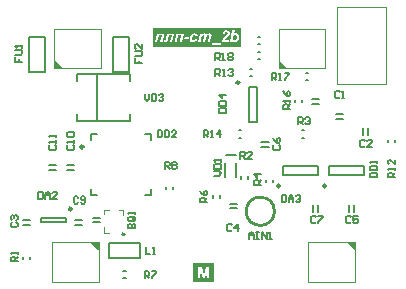
<source format=gto>
G04*
G04 #@! TF.GenerationSoftware,Altium Limited,Altium Designer,20.1.8 (145)*
G04*
G04 Layer_Color=16777215*
%FSTAX43Y43*%
%MOMM*%
G71*
G04*
G04 #@! TF.SameCoordinates,0B34B400-A00A-4FE9-84D7-845614CC9F3F*
G04*
G04*
G04 #@! TF.FilePolarity,Positive*
G04*
G01*
G75*
%ADD10C,0.254*%
%ADD11C,0.250*%
%ADD12C,0.200*%
%ADD13C,0.150*%
%ADD14C,0.100*%
G36*
X0087633Y0094167D02*
Y0093496D01*
X0087604D01*
X0086932Y0094169D01*
X0087632D01*
X0087633Y0094167D01*
D02*
G37*
G36*
X0084572Y0108969D02*
X0083872D01*
X008387Y010897D01*
Y0109641D01*
X0083899D01*
X0084572Y0108969D01*
D02*
G37*
G36*
X0103572D02*
X0102872D01*
X010287Y010897D01*
Y0109641D01*
X0102899D01*
X0103572Y0108969D01*
D02*
G37*
G36*
X0109333Y0094167D02*
Y0093496D01*
X0109304D01*
X0108632Y0094169D01*
X0109332D01*
X0109333Y0094167D01*
D02*
G37*
G36*
X0097387Y0090869D02*
X0095637D01*
Y0092394D01*
X0097387D01*
Y0090869D01*
D02*
G37*
G36*
X009971Y0110704D02*
X0092203D01*
Y0112334D01*
X009971D01*
Y0110704D01*
D02*
G37*
%LPC*%
G36*
X0096974Y0092111D02*
X0096682D01*
X0096512Y0091455D01*
X009634Y0092111D01*
X009605D01*
Y0091151D01*
X0096229D01*
Y0091906D01*
X0096418Y0091151D01*
X0096605D01*
X0096793Y0091906D01*
X0096795Y0091151D01*
X0096974D01*
Y0092111D01*
D02*
G37*
G36*
X0097025Y011188D02*
X0097011D01*
X0096984Y0111879D01*
X0096959Y0111875D01*
X0096934Y0111869D01*
X0096913Y0111862D01*
X0096895Y0111855D01*
X0096882Y011185D01*
X0096877Y0111847D01*
X0096873Y0111846D01*
X0096871Y0111844D01*
X009687D01*
X0096846Y011183D01*
X0096826Y0111815D01*
X0096809Y0111801D01*
X0096794Y0111787D01*
X0096783Y0111775D01*
X0096774Y0111765D01*
X0096769Y011176D01*
X0096767Y0111757D01*
X0096762Y0111778D01*
X0096753Y0111794D01*
X0096744Y0111811D01*
X0096735Y0111823D01*
X0096726Y0111833D01*
X0096719Y0111841D01*
X0096713Y0111846D01*
X0096712Y0111847D01*
X0096695Y0111858D01*
X0096676Y0111866D01*
X0096655Y0111872D01*
X0096636Y0111876D01*
X0096619Y0111879D01*
X0096604Y011188D01*
X0096591D01*
X009657Y0111879D01*
X0096548Y0111876D01*
X0096529Y0111871D01*
X0096508Y0111865D01*
X0096472Y0111848D01*
X0096439Y011183D01*
X0096423Y0111821D01*
X0096411Y0111812D01*
X00964Y0111804D01*
X009639Y0111796D01*
X0096382Y011179D01*
X0096376Y0111785D01*
X0096373Y0111782D01*
X0096372Y011178D01*
X0096389Y0111865D01*
X0096213D01*
X0096067Y0111169D01*
X0096665D01*
X0096731Y0111484D01*
X0096737Y0111509D01*
X0096742Y0111531D01*
X0096748Y0111552D01*
X0096755Y011157D01*
X009676Y0111586D01*
X0096766Y0111602D01*
X0096771Y0111615D01*
X0096777Y0111628D01*
X0096781Y0111638D01*
X0096787Y0111647D01*
X0096791Y0111654D01*
X0096794Y0111661D01*
X0096796Y0111665D01*
X0096799Y0111668D01*
X0096801Y0111671D01*
X0096812Y0111685D01*
X0096821Y0111696D01*
X0096832Y0111706D01*
X0096844Y0111714D01*
X0096866Y0111728D01*
X0096885Y0111736D01*
X0096902Y0111742D01*
X0096916Y0111744D01*
X0096921Y0111746D01*
X0096928D01*
X0096941Y0111744D01*
X009695Y0111743D01*
X009696Y011174D01*
X0096967Y0111737D01*
X0096973Y0111733D01*
X0096977Y011173D01*
X0096978Y0111729D01*
X0096979Y0111728D01*
X0096985Y0111721D01*
X0096991Y0111714D01*
X0096995Y0111699D01*
X0096996Y0111692D01*
X0096998Y0111687D01*
Y0111683D01*
Y0111682D01*
Y0111679D01*
Y0111675D01*
X0096995Y0111664D01*
X0096992Y0111649D01*
X0096989Y0111633D01*
X0096986Y0111618D01*
X0096984Y0111604D01*
X0096982Y0111599D01*
Y0111596D01*
X0096981Y0111593D01*
Y0111592D01*
X0096891Y0111169D01*
X0096668D01*
X0097188D01*
X0097077D01*
X0097168Y0111592D01*
X0097175Y0111622D01*
X0097179Y0111649D01*
X0097183Y0111671D01*
X0097185Y0111687D01*
X0097186Y01117D01*
X0097188Y011171D01*
Y0111717D01*
X0097186Y0111743D01*
X0097181Y0111767D01*
X0097172Y0111786D01*
X0097164Y0111803D01*
X0097156Y0111816D01*
X0097147Y0111826D01*
X0097142Y0111833D01*
X009714Y0111834D01*
X0097122Y011185D01*
X0097102Y0111861D01*
X0097079Y0111869D01*
X0097059Y0111875D01*
X0097041Y0111877D01*
X0097025Y011188D01*
D02*
G37*
G36*
X0095762D02*
X0095749D01*
X0095708Y0111877D01*
X0095669Y0111871D01*
X0095634Y0111862D01*
X0095604Y0111851D01*
X009559Y0111846D01*
X0095577Y011184D01*
X0095568Y0111836D01*
X0095558Y0111832D01*
X0095551Y0111828D01*
X0095546Y0111825D01*
X0095543Y0111823D01*
X0095541Y0111822D01*
X0095508Y0111798D01*
X0095479Y0111772D01*
X0095455Y0111746D01*
X0095436Y0111721D01*
X0095419Y0111697D01*
X0095414Y0111687D01*
X0095408Y0111679D01*
X0095405Y0111672D01*
X0095403Y0111667D01*
X00954Y0111664D01*
Y0111663D01*
X0095385Y0111624D01*
X0095372Y0111586D01*
X0095364Y011155D01*
X0095358Y0111517D01*
X0095357Y0111502D01*
X0095355Y0111489D01*
X0095354Y0111477D01*
Y0111467D01*
X0095353Y0111459D01*
D01*
Y0111151D01*
Y0111448D01*
X0095354Y0111423D01*
X0095355Y0111399D01*
X009536Y0111375D01*
X0095365Y0111355D01*
X0095371Y0111335D01*
X0095378Y0111317D01*
X0095385Y0111302D01*
X0095392Y0111287D01*
X0095398Y0111274D01*
X0095405Y0111262D01*
X0095412Y0111252D01*
X0095418Y0111245D01*
X0095423Y0111238D01*
X0095428Y0111234D01*
X0095429Y0111231D01*
X009543Y011123D01*
X0095446Y0111216D01*
X0095462Y0111203D01*
X0095479Y0111194D01*
X0095496Y0111184D01*
X0095514Y0111177D01*
X0095532Y011117D01*
X0095565Y011116D01*
X009558Y0111158D01*
X0095595Y0111155D01*
X0095608Y0111154D01*
X0095619Y0111152D01*
X0095629Y0111151D01*
X0095353D01*
X0095641D01*
X0095663Y0111152D01*
X0095684Y0111154D01*
X0095723Y011116D01*
X0095758Y011117D01*
X0095788Y0111183D01*
X0095801Y0111188D01*
X0095812Y0111194D01*
X0095823Y0111199D01*
X0095831Y0111203D01*
X0095838Y0111208D01*
X0095842Y011121D01*
X0095845Y0111213D01*
X0095846D01*
X0095878Y011124D01*
X0095905Y0111269D01*
X0095928Y0111299D01*
X0095948Y011133D01*
X0095962Y0111356D01*
X0095967Y0111367D01*
X0095973Y0111378D01*
X0095977Y0111387D01*
X0095978Y0111392D01*
X0095981Y0111396D01*
Y0111398D01*
X0095798Y0111428D01*
X0095788Y0111405D01*
X0095777Y0111385D01*
X0095766Y0111369D01*
X0095756Y0111355D01*
X0095747Y0111344D01*
X0095738Y0111337D01*
X0095733Y0111331D01*
X0095731Y011133D01*
X0095716Y0111319D01*
X0095701Y0111312D01*
X0095686Y0111306D01*
X0095673Y0111302D01*
X0095662Y0111299D01*
X0095654Y0111298D01*
X0095645D01*
X0095629Y0111299D01*
X0095615Y0111303D01*
X0095601Y0111309D01*
X009559Y0111314D01*
X0095582Y011132D01*
X0095575Y0111326D01*
X009557Y011133D01*
X0095569Y0111331D01*
X0095559Y0111345D01*
X0095552Y011136D01*
X0095547Y0111375D01*
X0095544Y0111391D01*
X0095541Y0111405D01*
X009554Y0111416D01*
Y0111423D01*
Y0111425D01*
X0095541Y0111453D01*
X0095544Y0111479D01*
X0095548Y0111506D01*
X0095552Y0111529D01*
X0095557Y0111549D01*
X0095561Y0111564D01*
X0095562Y011157D01*
X0095564Y0111574D01*
X0095565Y0111577D01*
Y0111578D01*
X0095575Y0111607D01*
X0095587Y0111632D01*
X0095598Y0111653D01*
X0095611Y0111669D01*
X009562Y0111683D01*
X0095629Y0111693D01*
X0095636Y0111699D01*
X0095637Y01117D01*
X0095655Y0111714D01*
X0095673Y0111724D01*
X009569Y0111732D01*
X0095705Y0111736D01*
X0095719Y0111739D01*
X0095729Y0111742D01*
X0095738D01*
X0095755Y011174D01*
X009577Y0111737D01*
X0095783Y0111732D01*
X0095794Y0111728D01*
X0095803Y0111722D01*
X0095809Y0111717D01*
X0095813Y0111714D01*
X0095815Y0111712D01*
X0095824Y0111701D01*
X0095833Y0111687D01*
X0095838Y0111674D01*
X0095844Y011166D01*
X0095846Y0111646D01*
X0095849Y0111636D01*
X0095851Y0111629D01*
Y0111626D01*
X009603Y0111644D01*
X0096027Y0111664D01*
X0096023Y0111682D01*
X0096013Y0111715D01*
X0095999Y0111744D01*
X0095984Y0111769D01*
X009597Y0111789D01*
X0095957Y0111804D01*
X0095953Y0111808D01*
X0095949Y0111812D01*
X0095948Y0111814D01*
X0095946Y0111815D01*
X0095932Y0111826D01*
X0095917Y0111837D01*
X0095884Y0111853D01*
X0095852Y0111865D01*
X009582Y0111872D01*
X0095792Y0111877D01*
X009578Y0111879D01*
X009577D01*
X0095762Y011188D01*
D02*
G37*
G36*
X0095281Y0111606D02*
X0094916D01*
X009488Y0111424D01*
X0095245D01*
X0095281Y0111606D01*
D02*
G37*
G36*
X0098447Y0112134D02*
X0098434D01*
X0098412Y0112133D01*
X009839Y0112131D01*
X0098351Y0112123D01*
X0098316Y0112112D01*
X0098301Y0112105D01*
X0098287Y0112098D01*
X0098273Y0112091D01*
X0098262Y0112084D01*
X0098253Y0112079D01*
X0098246Y0112073D01*
X0098239Y0112069D01*
X0098235Y0112065D01*
X0098232Y0112063D01*
X009823Y0112062D01*
X0098217Y0112048D01*
X0098203Y0112033D01*
X009818Y0112001D01*
X0098162Y0111966D01*
X0098149Y0111933D01*
X0098143Y0111918D01*
X0098139Y0111904D01*
X0098136Y0111891D01*
X0098132Y011188D01*
X0098131Y0111871D01*
X0098129Y0111864D01*
X0098128Y0111859D01*
Y0111858D01*
X0098311Y0111832D01*
X0098318Y0111862D01*
X0098326Y0111887D01*
X0098334Y0111908D01*
X0098343Y0111925D01*
X009835Y0111937D01*
X0098355Y0111945D01*
X0098359Y0111951D01*
X0098361Y0111952D01*
X0098373Y0111963D01*
X0098387Y0111972D01*
X00984Y0111979D01*
X0098412Y0111983D01*
X0098423Y0111986D01*
X0098432Y0111987D01*
X0098438D01*
X0098454Y0111986D01*
X0098468Y0111983D01*
X009848Y0111977D01*
X0098491Y0111972D01*
X0098499Y0111966D01*
X0098505Y0111961D01*
X0098509Y0111958D01*
X0098511Y0111957D01*
X009852Y0111944D01*
X0098527Y0111932D01*
X0098533Y0111918D01*
X0098536Y0111905D01*
X0098538Y0111894D01*
X009854Y0111886D01*
Y011188D01*
Y0111877D01*
X0098538Y0111866D01*
X0098537Y0111854D01*
X0098534Y0111843D01*
X0098531Y0111832D01*
X0098527Y0111823D01*
X0098524Y0111816D01*
X0098523Y0111811D01*
X0098522Y011181D01*
X0098515Y0111796D01*
X0098505Y011178D01*
X0098495Y0111765D01*
X0098484Y0111751D01*
X0098475Y0111739D01*
X0098466Y0111729D01*
X0098461Y0111724D01*
X0098459Y0111721D01*
X0098454Y0111715D01*
X0098447Y0111708D01*
X009843Y011169D01*
X0098409Y0111671D01*
X0098389Y011165D01*
X0098369Y0111631D01*
X0098352Y0111615D01*
X0098347Y0111608D01*
X0098341Y0111604D01*
X0098339Y0111602D01*
X0098337Y01116D01*
X0098314Y0111578D01*
X0098293Y0111557D01*
X0098273Y0111538D01*
X0098255Y011152D01*
X0098239Y0111504D01*
X0098225Y0111489D01*
X0098211Y0111477D01*
X00982Y0111464D01*
X009819Y0111454D01*
X0098182Y0111445D01*
X0098175Y0111438D01*
X0098169Y0111432D01*
X0098162Y0111424D01*
X009816Y0111421D01*
X0098143Y01114D01*
X0098128Y011138D01*
X0098114Y011136D01*
X0098101Y0111342D01*
X0098092Y0111327D01*
X0098085Y0111314D01*
X0098081Y0111306D01*
X0098079Y0111305D01*
Y0111303D01*
X0098068Y011128D01*
X009806Y0111255D01*
X0098053Y0111233D01*
X0098047Y0111212D01*
X0098043Y0111195D01*
X009804Y0111181D01*
Y0111176D01*
X0098039Y0111172D01*
Y0111169D01*
X0098723D01*
X0098622D01*
X0098658Y0111341D01*
X0098325D01*
X0098344Y0111364D01*
X0098352Y0111375D01*
X0098361Y0111385D01*
X0098368Y0111392D01*
X0098373Y0111398D01*
X0098376Y0111402D01*
X0098377Y0111403D01*
X0098391Y0111417D01*
X0098408Y0111434D01*
X0098427Y0111452D01*
X0098447Y011147D01*
X0098465Y0111488D01*
X009848Y0111502D01*
X0098486Y0111507D01*
X009849Y011151D01*
X0098493Y0111513D01*
X0098494Y0111514D01*
X0098524Y0111543D01*
X0098551Y0111568D01*
X0098573Y011159D01*
X0098591Y0111608D01*
X0098605Y0111622D01*
X0098615Y0111632D01*
X009862Y0111639D01*
X0098622Y011164D01*
X0098641Y0111664D01*
X0098656Y0111686D01*
X009867Y0111707D01*
X0098681Y0111725D01*
X0098689Y011174D01*
X0098695Y0111751D01*
X0098698Y0111758D01*
X0098699Y0111761D01*
X0098707Y0111783D01*
X0098713Y0111804D01*
X0098717Y0111823D01*
X009872Y011184D01*
X0098721Y0111855D01*
X0098723Y0111866D01*
Y0111876D01*
X0098721Y0111897D01*
X009872Y0111916D01*
X009871Y0111952D01*
X0098698Y0111984D01*
X0098684Y0112011D01*
X0098677Y0112022D01*
X009867Y0112031D01*
X0098663Y011204D01*
X0098658Y0112048D01*
X0098652Y0112054D01*
X0098648Y0112058D01*
X0098646Y0112059D01*
X0098645Y0112061D01*
X009863Y0112073D01*
X0098615Y0112086D01*
X0098598Y0112095D01*
X009858Y0112104D01*
X0098545Y0112116D01*
X0098511Y0112124D01*
X0098495Y0112129D01*
X0098481Y011213D01*
X0098468Y0112131D01*
X0098456Y0112133D01*
X0098447Y0112134D01*
D02*
G37*
G36*
X0094835Y0111865D02*
X0094203D01*
X0094057Y0111169D01*
D01*
X0094482D01*
X0094243D01*
X0094358Y0111718D01*
X0094616D01*
X0094503Y0111169D01*
X0094688D01*
X0094835Y0111865D01*
D02*
G37*
G36*
X009402D02*
X0093425D01*
X0093343Y0111477D01*
X0093339Y0111459D01*
X0093335Y0111443D01*
X0093332Y0111428D01*
X0093328Y0111416D01*
X0093321Y0111393D01*
X0093315Y0111375D01*
X009331Y0111363D01*
X0093306Y0111355D01*
X0093304Y0111349D01*
X0093303Y0111348D01*
X0093295Y0111338D01*
X0093284Y011133D01*
X0093272Y0111324D01*
X0093261Y0111321D01*
X0093252Y0111319D01*
X0093243Y0111317D01*
X0093235D01*
X0093211Y0111319D01*
X00932Y011132D01*
X0093189Y0111321D01*
X0093181Y0111323D01*
X0093174Y0111324D01*
D01*
X0093168Y0111326D01*
X0093167D01*
X0093143Y0111198D01*
X0093138Y0111169D01*
X0093164Y0111163D01*
X0093186Y011116D01*
X0093207Y0111158D01*
X0093225Y0111155D01*
X0093239D01*
X0093249Y0111154D01*
X0093138D01*
D01*
X009402D01*
D01*
X0093257D01*
X0093292Y0111155D01*
X0093322Y011116D01*
X0093349Y0111167D01*
X0093371Y0111177D01*
X0093388Y0111185D01*
X00934Y0111192D01*
X0093407Y0111198D01*
X009341Y0111199D01*
X0093419Y0111209D01*
X0093429Y0111219D01*
X0093446Y0111242D01*
X0093458Y0111267D01*
X0093469Y0111292D01*
X0093478Y0111314D01*
X009348Y0111324D01*
X0093483Y0111334D01*
X0093485Y0111341D01*
X0093486Y0111346D01*
X0093487Y0111349D01*
Y011135D01*
X0093565Y0111718D01*
X0093801D01*
X0093687Y0111169D01*
X0093873D01*
X009402Y0111865D01*
D02*
G37*
G36*
X0093181D02*
X0092403D01*
X0092549D01*
X0092403Y0111169D01*
X0092689D01*
X0092589D01*
X0092704Y0111718D01*
X0092962D01*
X0092848Y0111169D01*
X0093034D01*
X0093181Y0111865D01*
D02*
G37*
G36*
X009951Y0112129D02*
X0098752D01*
D01*
X0098953D01*
X0098752Y0111169D01*
X0098921D01*
X0098945Y0111281D01*
X0098959Y0111258D01*
X0098975Y0111238D01*
X0098992Y011122D01*
X0099008Y0111206D01*
X0099028Y0111194D01*
X0099046Y0111183D01*
X0099064Y0111174D01*
X0099082Y0111167D01*
X0099099Y0111162D01*
X0099114Y0111158D01*
X0099128Y0111155D01*
X009914Y0111154D01*
X0099151Y0111152D01*
X0099158Y0111151D01*
X0099165D01*
X0099189Y0111152D01*
X009921Y0111155D01*
X009923Y0111159D01*
X0099248Y0111165D01*
X0099264Y0111169D01*
X0099275Y0111173D01*
X0099282Y0111176D01*
X0099284Y0111177D01*
X0099307Y0111188D01*
X0099326Y0111202D01*
X0099345Y0111216D01*
X0099362Y011123D01*
X0099376Y0111241D01*
X0099386Y0111251D01*
X0099393Y0111258D01*
X0099395Y011126D01*
X0099415Y0111283D01*
X009943Y0111307D01*
X0099445Y0111331D01*
X0099456Y0111355D01*
X0099466Y0111375D01*
X0099473Y0111391D01*
X0099476Y0111398D01*
X0099477Y0111402D01*
X0099479Y0111405D01*
Y0111406D01*
X009949Y0111439D01*
X0099497Y0111473D01*
X0099502Y0111504D01*
X0099506Y0111532D01*
X0099509Y0111556D01*
Y0111565D01*
X009951Y0111574D01*
Y011159D01*
X0099509Y0111617D01*
X0099508Y011164D01*
X0099505Y0111663D01*
X0099501Y0111683D01*
X0099495Y0111703D01*
X009949Y0111721D01*
X0099484Y0111736D01*
X0099477Y0111751D01*
X0099472Y0111764D01*
X0099465Y0111775D01*
X0099459Y0111785D01*
X0099455Y0111791D01*
X0099449Y0111797D01*
X0099447Y0111803D01*
X0099445Y0111804D01*
X0099444Y0111805D01*
X0099431Y0111819D01*
X0099418Y011183D01*
X0099402Y011184D01*
X0099388Y0111848D01*
X0099358Y0111862D01*
X009933Y0111871D01*
X0099305Y0111876D01*
X0099294Y0111877D01*
X0099284Y0111879D01*
X0099277Y011188D01*
X0099266D01*
X0099247Y0111879D01*
X0099228Y0111877D01*
X0099211Y0111875D01*
X0099196Y0111872D01*
X0099185Y0111868D01*
X0099175Y0111865D01*
X0099169Y0111864D01*
X0099167Y0111862D01*
X009915Y0111855D01*
X0099133Y0111847D01*
X0099117Y0111837D01*
X0099103Y0111829D01*
X0099089Y0111821D01*
X0099079Y0111814D01*
X0099074Y0111808D01*
X0099071Y0111807D01*
X0099139Y0112129D01*
X009951D01*
D02*
G37*
G36*
X0097964Y0111169D02*
Y0111023D01*
X0097199D01*
Y0111169D01*
Y0110904D01*
X0097964D01*
Y0111169D01*
D02*
G37*
%LPD*%
G36*
X0096523Y0111744D02*
X0096533Y0111743D01*
X0096541Y011174D01*
X009655Y0111737D01*
X0096555Y0111733D01*
X0096559Y011173D01*
X0096561Y0111729D01*
X0096562Y0111728D01*
X0096569Y0111721D01*
X0096573Y0111712D01*
X0096579Y0111699D01*
X009658Y0111692D01*
X0096581Y0111686D01*
Y0111683D01*
Y0111682D01*
Y0111672D01*
X0096579Y0111658D01*
X0096577Y0111643D01*
X0096575Y0111626D01*
X0096572Y0111613D01*
X0096569Y01116D01*
X0096568Y011159D01*
X0096566Y0111589D01*
Y0111588D01*
X0096479Y0111169D01*
X0096253D01*
X0096319Y0111488D01*
X0096324Y0111503D01*
X0096326Y0111517D01*
X0096332Y0111539D01*
X0096337Y0111559D01*
X009634Y0111572D01*
X0096343Y0111582D01*
X0096346Y0111589D01*
X0096347Y0111593D01*
Y0111595D01*
X0096354Y0111613D01*
X0096361Y0111628D01*
X0096368Y0111643D01*
X0096375Y0111654D01*
X009638Y0111664D01*
X0096385Y0111671D01*
X0096387Y0111675D01*
X0096389Y0111676D01*
X0096398Y0111687D01*
X0096408Y0111697D01*
X0096418Y0111707D01*
X0096428Y0111714D01*
X0096434Y0111719D01*
X0096441Y0111724D01*
X0096446Y0111725D01*
X0096447Y0111726D01*
X0096459Y0111733D01*
X0096471Y0111737D01*
X0096482Y0111742D01*
X0096491Y0111743D01*
X00965Y0111744D01*
X0096505Y0111746D01*
X0096511D01*
X0096523Y0111744D01*
D02*
G37*
G36*
X0099216D02*
X0099234Y0111739D01*
X009925Y0111732D01*
X0099264Y0111725D01*
X0099275Y0111717D01*
X0099283Y011171D01*
X0099289Y0111704D01*
X009929Y0111703D01*
X0099302Y0111686D01*
X0099312Y0111667D01*
X0099319Y0111647D01*
X0099325Y0111628D01*
X0099327Y0111611D01*
X0099329Y0111599D01*
Y0111593D01*
Y0111589D01*
Y0111588D01*
Y0111586D01*
X0099327Y0111559D01*
X0099325Y0111531D01*
X0099319Y0111504D01*
X0099315Y0111482D01*
X0099309Y0111463D01*
X0099304Y0111448D01*
X0099302Y0111442D01*
X0099301Y0111438D01*
X00993Y0111436D01*
Y0111435D01*
X0099289Y0111409D01*
X0099276Y0111387D01*
X0099264Y0111367D01*
X0099253Y0111352D01*
X0099243Y0111341D01*
X0099234Y0111332D01*
X0099229Y0111327D01*
X0099228Y0111326D01*
X0099211Y0111314D01*
X0099196Y0111306D01*
X009918Y0111301D01*
X0099167Y0111296D01*
X0099154Y0111294D01*
X0099146Y0111292D01*
X0099137D01*
X0099118Y0111294D01*
X00991Y0111299D01*
X0099083Y0111306D01*
X0099069Y0111314D01*
X0099058Y0111321D01*
X009905Y0111328D01*
X0099045Y0111334D01*
X0099043Y0111335D01*
X0099031Y0111353D01*
X0099021Y0111373D01*
X0099014Y0111391D01*
X009901Y011141D01*
X0099007Y0111425D01*
X0099004Y0111439D01*
Y0111448D01*
Y0111449D01*
Y011145D01*
X0099006Y0111475D01*
X0099007Y01115D01*
X0099015Y0111545D01*
X0099021Y0111565D01*
X0099026Y0111583D01*
X0099032Y0111602D01*
X0099039Y0111617D01*
X0099046Y0111631D01*
X0099051Y0111643D01*
X0099057Y0111654D01*
X0099063Y0111663D01*
X0099067Y0111669D01*
X0099071Y0111675D01*
X0099072Y0111678D01*
X0099074Y0111679D01*
X0099083Y011169D01*
X0099093Y0111701D01*
X0099115Y0111718D01*
X0099135Y0111729D01*
X0099154Y0111737D01*
X0099172Y0111743D01*
X0099185Y0111744D01*
X009919Y0111746D01*
X0099197D01*
X0099216Y0111744D01*
D02*
G37*
D10*
X0102512Y0096819D02*
G03*
X0102512Y0096819I-00012J0D01*
G01*
X0089787Y0094869D02*
G03*
X0089787Y0094869I-0000075J0D01*
G01*
D11*
X0106887Y0098969D02*
G03*
X0106887Y0098969I-0000125J0D01*
G01*
X0102987D02*
G03*
X0102987Y0098969I-0000125J0D01*
G01*
X0099537Y0107719D02*
G03*
X0099537Y0107719I-0000125J0D01*
G01*
X0085337Y0097019D02*
G03*
X0085337Y0097019I-0000125J0D01*
G01*
X0086337Y0102269D02*
G03*
X0086337Y0102269I-0000125J0D01*
G01*
D12*
X0093912Y0098669D02*
Y0098869D01*
X0093312Y0098669D02*
Y0098869D01*
X0105186Y0107922D02*
X0105386D01*
X0105186Y0108522D02*
X0105386D01*
X0101112Y0109669D02*
X0101312D01*
X0101112Y0110269D02*
X0101312D01*
X0104861Y0106069D02*
Y0106269D01*
X0104261Y0106069D02*
Y0106269D01*
X0102412Y0099269D02*
Y0099469D01*
X0101812Y0099269D02*
Y0099469D01*
X0097312Y0097969D02*
Y0098169D01*
X0097912Y0097969D02*
Y0098169D01*
X0100312Y0099569D02*
Y0099769D01*
X0099712Y0099569D02*
Y0099769D01*
X0081712Y0108569D02*
Y0111569D01*
X0083112D01*
Y0108569D02*
Y0111569D01*
X0081712Y0108569D02*
X0083112D01*
X0088812D02*
Y0111569D01*
X0090212D01*
Y0108569D02*
Y0111569D01*
X0088812Y0108569D02*
X0090212D01*
X0087512Y0104469D02*
Y0108469D01*
X0085812Y0104469D02*
X0090312D01*
Y0105069D01*
X0085812Y0104469D02*
Y0105069D01*
Y0107869D02*
Y0108469D01*
X0090312Y0107869D02*
Y0108469D01*
X0085812D02*
X0090312D01*
X0099487Y0103658D02*
X0099687D01*
X0099487Y0103058D02*
X0099687D01*
X0104831D02*
X0105031D01*
X0104831Y0103658D02*
X0105031D01*
X0089712Y0091169D02*
X0089912D01*
X0089712Y0091769D02*
X0089912D01*
X0112712Y0102669D02*
Y0102869D01*
X0112112Y0102669D02*
Y0102869D01*
X0088487Y0094094D02*
X0091137D01*
X0088487Y0092844D02*
X0091137D01*
X0088487D02*
Y0094094D01*
X0091137Y0092844D02*
Y0094094D01*
X0081212Y0092769D02*
Y0092969D01*
X0081812Y0092769D02*
Y0092969D01*
X0100412Y0108869D02*
X0100612D01*
X0100412Y0108269D02*
X0100612D01*
X0101112Y0110969D02*
X0101312D01*
X0101112Y0111569D02*
X0101312D01*
D13*
X0105712Y0106331D02*
X0106312D01*
X0105712Y0105931D02*
X0106312D01*
X0098712Y0097469D02*
X0099312D01*
X0098712Y0097069D02*
X0099312D01*
X0110012Y0103269D02*
Y0103869D01*
X0110412Y0103269D02*
Y0103869D01*
X0107112Y0100619D02*
X0110112D01*
X0107112Y0099919D02*
X0110112D01*
Y0100619D01*
X0107112Y0099919D02*
Y0100619D01*
X0103212D02*
X0106212D01*
X0103212Y0099919D02*
X0106212D01*
Y0100619D01*
X0103212Y0099919D02*
Y0100619D01*
X0100362Y0107369D02*
X0101062D01*
X0100362Y0104369D02*
X0101062D01*
X0100362D02*
Y0107369D01*
X0101062Y0104369D02*
Y0107369D01*
X0105812Y0096769D02*
Y0097369D01*
X0106212Y0096769D02*
Y0097369D01*
X0101412Y0102269D02*
X0102012D01*
X0101412Y0102669D02*
X0102012D01*
X0098328Y0099744D02*
Y0100944D01*
X0099278Y0099744D02*
Y0100944D01*
X0098378Y0101544D02*
X0099253D01*
X0107712Y0105069D02*
X0108312D01*
X0107712Y0104669D02*
X0108312D01*
X0109212Y0096769D02*
Y0097369D01*
X0108812Y0096769D02*
Y0097369D01*
X0082762Y0095869D02*
X0084862D01*
X0082762Y0096269D02*
X0084862D01*
X0082762Y0095869D02*
Y0096269D01*
X0084862Y0095869D02*
Y0096269D01*
X0087112Y0095869D02*
X0087712D01*
X0087112Y0096269D02*
X0087712D01*
X0086962Y0102819D02*
Y0103319D01*
X0087462D01*
X0091562D02*
X0092062D01*
Y0102819D02*
Y0103319D01*
Y0098219D02*
Y0098719D01*
X0091562Y0098219D02*
X0092062D01*
X0086962D02*
X0087462D01*
X0086962D02*
Y0098719D01*
X0081212Y0095669D02*
X0081812D01*
X0081212Y0096069D02*
X0081812D01*
X0085612D02*
X0086212D01*
X0085612Y0095669D02*
X0086212D01*
X0083403Y0100711D02*
X0084003D01*
X0083403Y0100311D02*
X0084003D01*
X0084938Y0100711D02*
X0085538D01*
X0084938Y0100311D02*
X0085538D01*
X0100362Y0094469D02*
Y0094869D01*
X0100562Y0095069D01*
X0100762Y0094869D01*
Y0094469D01*
Y0094769D01*
X0100362D01*
X0100962Y0095069D02*
X0101162D01*
X0101062D01*
Y0094469D01*
X0100962D01*
X0101162D01*
X0101462D02*
Y0095069D01*
X0101862Y0094469D01*
Y0095069D01*
X0102062Y0094469D02*
X0102261D01*
X0102162D01*
Y0095069D01*
X0102062Y0094969D01*
X0091612Y0093769D02*
Y0093169D01*
X0092012D01*
X0092212D02*
X0092412D01*
X0092312D01*
Y0093769D01*
X0092212Y0093669D01*
X0090712Y010978D02*
Y010938D01*
X0091012D01*
Y010958D01*
Y010938D01*
X0091312D01*
X0090712Y010998D02*
X0091212D01*
X0091312Y011008D01*
Y011028D01*
X0091212Y011038D01*
X0090712D01*
X0091312Y011098D02*
Y011058D01*
X0090912Y011098D01*
X0090812D01*
X0090712Y011088D01*
Y011068D01*
X0090812Y011058D01*
X0080575Y010988D02*
Y010948D01*
X0080875D01*
Y010968D01*
Y010948D01*
X0081175D01*
X0080575Y011008D02*
X0081075D01*
X0081175Y011018D01*
Y011038D01*
X0081075Y011048D01*
X0080575D01*
X0081175Y011068D02*
Y011088D01*
Y011078D01*
X0080575D01*
X0080675Y011068D01*
X0091512Y0106751D02*
Y0106351D01*
X0091712Y0106151D01*
X0091912Y0106351D01*
Y0106751D01*
X0092112D02*
Y0106151D01*
X0092412D01*
X0092512Y0106251D01*
Y0106651D01*
X0092412Y0106751D01*
X0092112D01*
X0092712Y0106651D02*
X0092812Y0106751D01*
X0093012D01*
X0093112Y0106651D01*
Y0106551D01*
X0093012Y0106451D01*
X0092912D01*
X0093012D01*
X0093112Y0106351D01*
Y0106251D01*
X0093012Y0106151D01*
X0092812D01*
X0092712Y0106251D01*
X0090112Y0095369D02*
X0090712D01*
Y0095669D01*
X0090612Y0095769D01*
X0090512D01*
X0090412Y0095669D01*
Y0095369D01*
Y0095669D01*
X0090312Y0095769D01*
X0090212D01*
X0090112Y0095669D01*
Y0095369D01*
X0090612Y0096368D02*
X0090212D01*
X0090112Y0096269D01*
Y0096069D01*
X0090212Y0095969D01*
X0090612D01*
X0090712Y0096069D01*
Y0096269D01*
X0090512Y0096169D02*
X0090712Y0096368D01*
Y0096269D02*
X0090612Y0096368D01*
X0090712Y0096568D02*
Y0096768D01*
Y0096668D01*
X0090112D01*
X0090212Y0096568D01*
X0103112Y0098181D02*
Y0097581D01*
X0103412D01*
X0103512Y0097681D01*
Y0098081D01*
X0103412Y0098181D01*
X0103112D01*
X0103712Y0097581D02*
Y0097981D01*
X0103912Y0098181D01*
X0104111Y0097981D01*
Y0097581D01*
Y0097881D01*
X0103712D01*
X0104311Y0098081D02*
X0104411Y0098181D01*
X0104611D01*
X0104711Y0098081D01*
Y0097981D01*
X0104611Y0097881D01*
X0104511D01*
X0104611D01*
X0104711Y0097781D01*
Y0097681D01*
X0104611Y0097581D01*
X0104411D01*
X0104311Y0097681D01*
X0082512Y0098469D02*
Y0097869D01*
X0082812D01*
X0082912Y0097969D01*
Y0098369D01*
X0082812Y0098469D01*
X0082512D01*
X0083112Y0097869D02*
Y0098269D01*
X0083312Y0098469D01*
X0083511Y0098269D01*
Y0097869D01*
Y0098169D01*
X0083112D01*
X0084111Y0097869D02*
X0083711D01*
X0084111Y0098269D01*
Y0098369D01*
X0084011Y0098469D01*
X0083811D01*
X0083711Y0098369D01*
X0110612Y0099684D02*
X0111212D01*
Y0099984D01*
X0111112Y0100084D01*
X0110712D01*
X0110612Y0099984D01*
Y0099684D01*
Y0100284D02*
X0111212D01*
Y0100584D01*
X0111112Y0100683D01*
X0110712D01*
X0110612Y0100584D01*
Y0100284D01*
X0111212Y0100883D02*
Y0101083D01*
Y0100983D01*
X0110612D01*
X0110712Y0100883D01*
X0092612Y0103669D02*
Y0103069D01*
X0092912D01*
X0093012Y0103169D01*
Y0103569D01*
X0092912Y0103669D01*
X0092612D01*
X0093212D02*
Y0103069D01*
X0093512D01*
X0093611Y0103169D01*
Y0103569D01*
X0093512Y0103669D01*
X0093212D01*
X0094211Y0103069D02*
X0093811D01*
X0094211Y0103469D01*
Y0103569D01*
X0094111Y0103669D01*
X0093911D01*
X0093811Y0103569D01*
X0108037Y0106905D02*
X0107937Y0107005D01*
X0107737D01*
X0107637Y0106905D01*
Y0106505D01*
X0107737Y0106405D01*
X0107937D01*
X0108037Y0106505D01*
X0108237Y0106405D02*
X0108437D01*
X0108337D01*
Y0107005D01*
X0108237Y0106905D01*
X0110162Y0102769D02*
X0110062Y0102869D01*
X0109862D01*
X0109762Y0102769D01*
Y0102369D01*
X0109862Y0102269D01*
X0110062D01*
X0110162Y0102369D01*
X0110761Y0102269D02*
X0110362D01*
X0110761Y0102669D01*
Y0102769D01*
X0110662Y0102869D01*
X0110462D01*
X0110362Y0102769D01*
X0080266Y0095869D02*
X0080166Y0095769D01*
Y0095569D01*
X0080266Y0095469D01*
X0080666D01*
X0080766Y0095569D01*
Y0095769D01*
X0080666Y0095869D01*
X0080266Y0096069D02*
X0080166Y0096169D01*
Y0096369D01*
X0080266Y0096468D01*
X0080366D01*
X0080466Y0096369D01*
Y0096269D01*
Y0096369D01*
X0080566Y0096468D01*
X0080666D01*
X0080766Y0096369D01*
Y0096169D01*
X0080666Y0096069D01*
X0098912Y0095619D02*
X0098812Y0095719D01*
X0098612D01*
X0098512Y0095619D01*
Y0095219D01*
X0098612Y0095119D01*
X0098812D01*
X0098912Y0095219D01*
X0099412Y0095119D02*
Y0095719D01*
X0099112Y0095419D01*
X0099511D01*
X0108972Y0096293D02*
X0108872Y0096393D01*
X0108672D01*
X0108572Y0096293D01*
Y0095893D01*
X0108672Y0095793D01*
X0108872D01*
X0108972Y0095893D01*
X0109571Y0096393D02*
X0109172D01*
Y0096093D01*
X0109372Y0096193D01*
X0109472D01*
X0109571Y0096093D01*
Y0095893D01*
X0109472Y0095793D01*
X0109272D01*
X0109172Y0095893D01*
X010249Y0102425D02*
X010239Y0102325D01*
Y0102125D01*
X010249Y0102025D01*
X010289D01*
X010299Y0102125D01*
Y0102325D01*
X010289Y0102425D01*
X010239Y0103024D02*
X010249Y0102824D01*
X010269Y0102624D01*
X010289D01*
X010299Y0102724D01*
Y0102924D01*
X010289Y0103024D01*
X010279D01*
X010269Y0102924D01*
Y0102624D01*
X0106012Y0096319D02*
X0105912Y0096419D01*
X0105712D01*
X0105612Y0096319D01*
Y0095919D01*
X0105712Y0095819D01*
X0105912D01*
X0106012Y0095919D01*
X0106212Y0096419D02*
X0106611D01*
Y0096319D01*
X0106212Y0095919D01*
Y0095819D01*
X0085912Y0097969D02*
X0085812Y0098069D01*
X0085612D01*
X0085512Y0097969D01*
Y0097569D01*
X0085612Y0097469D01*
X0085812D01*
X0085912Y0097569D01*
X0086112D02*
X0086212Y0097469D01*
X0086412D01*
X0086511Y0097569D01*
Y0097969D01*
X0086412Y0098069D01*
X0086212D01*
X0086112Y0097969D01*
Y0097869D01*
X0086212Y0097769D01*
X0086511D01*
X0085038Y0102411D02*
X0084938Y0102311D01*
Y0102111D01*
X0085038Y0102011D01*
X0085438D01*
X0085538Y0102111D01*
Y0102311D01*
X0085438Y0102411D01*
X0085538Y0102611D02*
Y0102811D01*
Y0102711D01*
X0084938D01*
X0085038Y0102611D01*
Y0103111D02*
X0084938Y010321D01*
Y010341D01*
X0085038Y010351D01*
X0085438D01*
X0085538Y010341D01*
Y010321D01*
X0085438Y0103111D01*
X0085038D01*
X0083503Y0102411D02*
X0083403Y0102311D01*
Y0102111D01*
X0083503Y0102011D01*
X0083903D01*
X0084003Y0102111D01*
Y0102311D01*
X0083903Y0102411D01*
X0084003Y0102611D02*
Y0102811D01*
Y0102711D01*
X0083403D01*
X0083503Y0102611D01*
X0084003Y0103111D02*
Y010331D01*
Y010321D01*
X0083403D01*
X0083503Y0103111D01*
X0080766Y0092569D02*
X0080166D01*
Y0092869D01*
X0080266Y0092969D01*
X0080466D01*
X0080566Y0092869D01*
Y0092569D01*
Y0092769D02*
X0080766Y0092969D01*
Y0093169D02*
Y0093369D01*
Y0093269D01*
X0080166D01*
X0080266Y0093169D01*
X0099612Y0101269D02*
Y0101869D01*
X0099912D01*
X0100012Y0101769D01*
Y0101569D01*
X0099912Y0101469D01*
X0099612D01*
X0099812D02*
X0100012Y0101269D01*
X0100611D02*
X0100212D01*
X0100611Y0101669D01*
Y0101769D01*
X0100512Y0101869D01*
X0100312D01*
X0100212Y0101769D01*
X0104512Y0104169D02*
Y0104769D01*
X0104812D01*
X0104912Y0104669D01*
Y0104469D01*
X0104812Y0104369D01*
X0104512D01*
X0104712D02*
X0104912Y0104169D01*
X0105112Y0104669D02*
X0105212Y0104769D01*
X0105412D01*
X0105511Y0104669D01*
Y0104569D01*
X0105412Y0104469D01*
X0105312D01*
X0105412D01*
X0105511Y0104369D01*
Y0104269D01*
X0105412Y0104169D01*
X0105212D01*
X0105112Y0104269D01*
X0101365Y0099044D02*
X0100766D01*
Y0099344D01*
X0100866Y0099444D01*
X0101065D01*
X0101165Y0099344D01*
Y0099044D01*
Y0099244D02*
X0101365Y0099444D01*
Y0099944D02*
X0100766D01*
X0101065Y0099644D01*
Y0100043D01*
X0096812Y0097569D02*
X0096212D01*
Y0097869D01*
X0096312Y0097969D01*
X0096512D01*
X0096612Y0097869D01*
Y0097569D01*
Y0097769D02*
X0096812Y0097969D01*
X0096212Y0098568D02*
X0096312Y0098369D01*
X0096512Y0098169D01*
X0096712D01*
X0096812Y0098269D01*
Y0098469D01*
X0096712Y0098568D01*
X0096612D01*
X0096512Y0098469D01*
Y0098169D01*
X0091512Y0091124D02*
Y0091724D01*
X0091812D01*
X0091912Y0091624D01*
Y0091424D01*
X0091812Y0091324D01*
X0091512D01*
X0091712D02*
X0091912Y0091124D01*
X0092112Y0091724D02*
X0092511D01*
Y0091624D01*
X0092112Y0091224D01*
Y0091124D01*
X0093231Y0100415D02*
Y0101015D01*
X0093531D01*
X0093631Y0100915D01*
Y0100715D01*
X0093531Y0100615D01*
X0093231D01*
X0093431D02*
X0093631Y0100415D01*
X0093831Y0100915D02*
X0093931Y0101015D01*
X0094131D01*
X0094231Y0100915D01*
Y0100815D01*
X0094131Y0100715D01*
X0094231Y0100615D01*
Y0100515D01*
X0094131Y0100415D01*
X0093931D01*
X0093831Y0100515D01*
Y0100615D01*
X0093931Y0100715D01*
X0093831Y0100815D01*
Y0100915D01*
X0093931Y0100715D02*
X0094131D01*
X0112712Y0099684D02*
X0112112D01*
Y0099984D01*
X0112212Y0100084D01*
X0112412D01*
X0112512Y0099984D01*
Y0099684D01*
Y0099884D02*
X0112712Y0100084D01*
Y0100284D02*
Y0100484D01*
Y0100384D01*
X0112112D01*
X0112212Y0100284D01*
X0112712Y0101183D02*
Y0100783D01*
X0112312Y0101183D01*
X0112212D01*
X0112112Y0101083D01*
Y0100883D01*
X0112212Y0100783D01*
X0097512Y0108269D02*
Y0108869D01*
X0097812D01*
X0097912Y0108769D01*
Y0108569D01*
X0097812Y0108469D01*
X0097512D01*
X0097712D02*
X0097912Y0108269D01*
X0098112D02*
X0098312D01*
X0098212D01*
Y0108869D01*
X0098112Y0108769D01*
X0098611D02*
X0098711Y0108869D01*
X0098911D01*
X0099011Y0108769D01*
Y0108669D01*
X0098911Y0108569D01*
X0098811D01*
X0098911D01*
X0099011Y0108469D01*
Y0108369D01*
X0098911Y0108269D01*
X0098711D01*
X0098611Y0108369D01*
X0096512Y0103069D02*
Y0103669D01*
X0096812D01*
X0096912Y0103569D01*
Y0103369D01*
X0096812Y0103269D01*
X0096512D01*
X0096712D02*
X0096912Y0103069D01*
X0097112D02*
X0097312D01*
X0097212D01*
Y0103669D01*
X0097112Y0103569D01*
X0097911Y0103069D02*
Y0103669D01*
X0097611Y0103369D01*
X0098011D01*
X010386Y0105456D02*
X0103261D01*
Y0105756D01*
X0103361Y0105856D01*
X0103561D01*
X010366Y0105756D01*
Y0105456D01*
Y0105656D02*
X010386Y0105856D01*
Y0106056D02*
Y0106256D01*
Y0106156D01*
X0103261D01*
X0103361Y0106056D01*
X0103261Y0106956D02*
X0103361Y0106756D01*
X0103561Y0106556D01*
X010376D01*
X010386Y0106656D01*
Y0106856D01*
X010376Y0106956D01*
X010366D01*
X0103561Y0106856D01*
Y0106556D01*
X0102281Y0107904D02*
Y0108504D01*
X0102581D01*
X0102681Y0108404D01*
Y0108204D01*
X0102581Y0108104D01*
X0102281D01*
X0102481D02*
X0102681Y0107904D01*
X0102881D02*
X0103081D01*
X0102981D01*
Y0108504D01*
X0102881Y0108404D01*
X0103381Y0108504D02*
X0103781D01*
Y0108404D01*
X0103381Y0108004D01*
Y0107904D01*
X0097487Y0109619D02*
Y0110219D01*
X0097787D01*
X0097887Y0110119D01*
Y0109919D01*
X0097787Y0109819D01*
X0097487D01*
X0097687D02*
X0097887Y0109619D01*
X0098087D02*
X0098287D01*
X0098187D01*
Y0110219D01*
X0098087Y0110119D01*
X0098586D02*
X0098686Y0110219D01*
X0098886D01*
X0098986Y0110119D01*
Y0110019D01*
X0098886Y0109919D01*
X0098986Y0109819D01*
Y0109719D01*
X0098886Y0109619D01*
X0098686D01*
X0098586Y0109719D01*
Y0109819D01*
X0098686Y0109919D01*
X0098586Y0110019D01*
Y0110119D01*
X0098686Y0109919D02*
X0098886D01*
X0097809Y0105169D02*
X0098409D01*
Y0105469D01*
X0098309Y0105569D01*
X0097909D01*
X0097809Y0105469D01*
Y0105169D01*
Y0105769D02*
X0098409D01*
Y0106069D01*
X0098309Y0106168D01*
X0097909D01*
X0097809Y0106069D01*
Y0105769D01*
X0098409Y0106668D02*
X0097809D01*
X0098109Y0106368D01*
Y0106768D01*
X0097412Y0099819D02*
X0097812D01*
X0098012Y0100019D01*
X0097812Y0100219D01*
X0097412D01*
Y0100419D02*
X0098012D01*
Y0100719D01*
X0097912Y0100818D01*
X0097512D01*
X0097412Y0100719D01*
Y0100419D01*
X0098012Y0101018D02*
Y0101218D01*
Y0101118D01*
X0097412D01*
X0097512Y0101018D01*
D14*
X0083872Y0112269D02*
X0087826Y0112269D01*
X0083872Y0108944D02*
Y0112269D01*
X0087826Y0108944D02*
Y0112269D01*
X0083872Y0108944D02*
X0087826D01*
X0089337Y0096919D02*
X0089712D01*
Y0096469D02*
Y0096919D01*
X0088087Y0096544D02*
Y0096919D01*
X0088537D01*
X0088087Y0094994D02*
X0088462D01*
X0088087D02*
Y0095444D01*
X0107797Y0114094D02*
X0111947D01*
X0107797Y0107594D02*
Y0114094D01*
X0111947Y0107594D02*
Y0114094D01*
X0107797Y0107594D02*
X0111947D01*
X0083678Y0090869D02*
X0087632Y0090868D01*
Y0094194D01*
X0083678Y0090869D02*
Y0094194D01*
X0087632D01*
X0102872Y0112269D02*
X0106826Y0112269D01*
X0102872Y0108944D02*
Y0112269D01*
X0106826Y0108944D02*
Y0112269D01*
X0102872Y0108944D02*
X0106826D01*
X0105378Y0090869D02*
X0109332Y0090868D01*
Y0094194D01*
X0105378Y0090869D02*
Y0094194D01*
X0109332D01*
M02*

</source>
